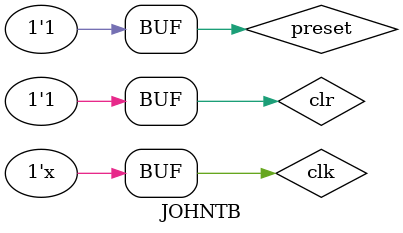
<source format=v>
`timescale 1ns / 1ps


module JOHNTB();
reg clk=1,clr=0,preset=1;
wire [3:0] q,qbar;
JOHNST call (clk,clr,preset,q,qbar);
always #10 clk=~clk;
initial
begin
#10 clr=1;preset=1;
end
endmodule

</source>
